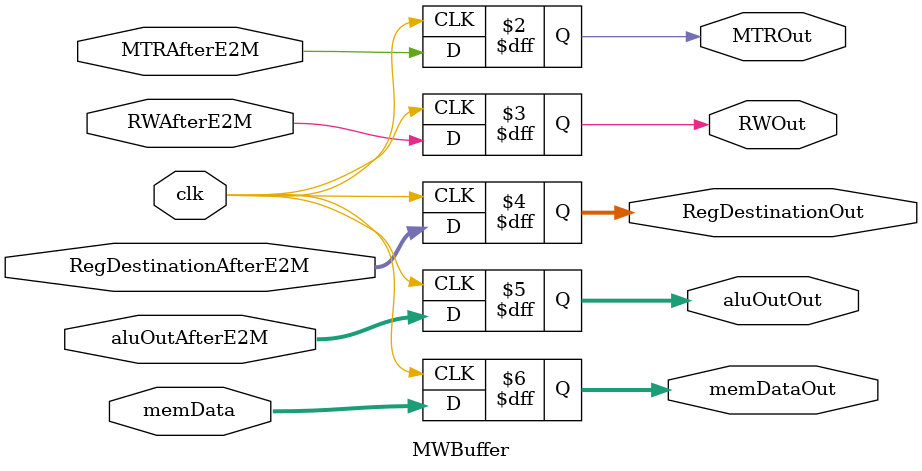
<source format=v>
module MWBuffer(MTRAfterE2M, RWAfterE2M, RegDestinationAfterE2M, aluOutAfterE2M, memData, clk, MTROut, RWOut, RegDestinationOut, aluOutOut, memDataOut);


// Inputs to the buffer
input clk, MTRAfterE2M, RWAfterE2M; 
input [2:0]  RegDestinationAfterE2M;
input [15:0] aluOutAfterE2M, memData;

// Outputs from the buffer
output reg MTROut, RWOut; 
output reg [2:0]  RegDestinationOut;
output reg [15:0] aluOutOut, memDataOut;

always@(posedge clk)
begin
    RegDestinationOut=RegDestinationAfterE2M;
    MTROut = MTRAfterE2M;
    RWOut = RWAfterE2M;
    aluOutOut = aluOutAfterE2M;
    memDataOut = memData;
end
endmodule

</source>
